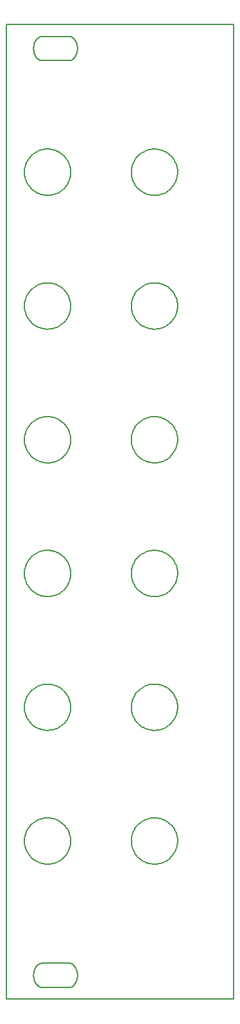
<source format=gbr>
G04 DipTrace 4.0.0.5*
G04 BottomAssembly.gbr*
%MOIN*%
G04 #@! TF.FileFunction,Drawing,Bot*
G04 #@! TF.Part,Single*
%ADD12C,0.005512*%
%FSLAX26Y26*%
G04*
G70*
G90*
G75*
G01*
G04 BotAssy*
%LPD*%
X1574803Y393701D2*
D12*
X393701D1*
Y5452756D1*
X1574803D1*
Y393701D1*
X763846Y517037D2*
X763709Y512084D1*
X763299Y507234D1*
X762631Y502503D1*
X761713Y497904D1*
X760554Y493453D1*
X759165Y489163D1*
X757558Y485049D1*
X755740Y481126D1*
X754247Y478318D1*
X752644Y475630D1*
X750940Y473070D1*
X749135Y470644D1*
X747235Y468358D1*
X745245Y466218D1*
X743169Y464228D1*
X741010Y462399D1*
X738774Y460732D1*
X736465Y459236D1*
X734085Y457917D1*
X731640Y456780D1*
X729978Y456126D1*
X728289Y455558D1*
X726575Y455077D1*
X724839Y454686D1*
X723080Y454386D1*
X721301Y454178D1*
X719503Y454066D1*
X580259D1*
X578459Y454178D1*
X576681Y454386D1*
X574923Y454686D1*
X573185Y455077D1*
X571471Y455558D1*
X569782Y456126D1*
X568119Y456780D1*
X565675Y457917D1*
X563295Y459236D1*
X560986Y460732D1*
X558749Y462399D1*
X556591Y464228D1*
X554514Y466218D1*
X552525Y468358D1*
X550625Y470644D1*
X548820Y473070D1*
X547115Y475630D1*
X545513Y478318D1*
X544018Y481126D1*
X542202Y485049D1*
X540594Y489163D1*
X539206Y493453D1*
X538047Y497904D1*
X537129Y502503D1*
X536459Y507234D1*
X536051Y512084D1*
X535912Y517037D1*
X536051Y521990D1*
X536459Y526839D1*
X537129Y531571D1*
X538047Y536169D1*
X539206Y540621D1*
X540594Y544911D1*
X542202Y549024D1*
X544018Y552948D1*
X545513Y555756D1*
X547115Y558444D1*
X548820Y561003D1*
X550625Y563429D1*
X552525Y565715D1*
X554514Y567856D1*
X556591Y569844D1*
X558749Y571675D1*
X560986Y573341D1*
X563295Y574837D1*
X565675Y576156D1*
X568119Y577294D1*
X569782Y577948D1*
X571471Y578514D1*
X573185Y578996D1*
X574923Y579387D1*
X576681Y579688D1*
X578459Y579895D1*
X580259Y580007D1*
X719503D1*
X721301Y579895D1*
X723080Y579688D1*
X724839Y579387D1*
X726575Y578996D1*
X728289Y578514D1*
X729978Y577948D1*
X731640Y577294D1*
X734085Y576156D1*
X736465Y574837D1*
X738774Y573341D1*
X741010Y571675D1*
X743169Y569844D1*
X745245Y567856D1*
X747235Y565715D1*
X749135Y563429D1*
X750940Y561003D1*
X752644Y558444D1*
X754247Y555756D1*
X755740Y552948D1*
X757558Y549024D1*
X759165Y544911D1*
X760554Y540621D1*
X761713Y536169D1*
X762631Y531571D1*
X763299Y526839D1*
X763709Y521990D1*
X763846Y517037D1*
Y5329392D2*
X763709Y5324440D1*
X763299Y5319591D1*
X762631Y5314860D1*
X761713Y5310260D1*
X760554Y5305808D1*
X759165Y5301518D1*
X757558Y5297406D1*
X755740Y5293482D1*
X754247Y5290673D1*
X752644Y5287986D1*
X750940Y5285427D1*
X749135Y5283000D1*
X747235Y5280714D1*
X745245Y5278573D1*
X743169Y5276585D1*
X741010Y5274755D1*
X738774Y5273088D1*
X736465Y5271592D1*
X734085Y5270273D1*
X731640Y5269136D1*
X729978Y5268483D1*
X728289Y5267915D1*
X726575Y5267434D1*
X724839Y5267042D1*
X723080Y5266743D1*
X721301Y5266535D1*
X719503Y5266423D1*
X580259D1*
X578459Y5266535D1*
X576681Y5266743D1*
X574923Y5267042D1*
X573185Y5267434D1*
X571471Y5267915D1*
X569782Y5268483D1*
X568119Y5269136D1*
X565675Y5270273D1*
X563295Y5271592D1*
X560986Y5273088D1*
X558749Y5274755D1*
X556591Y5276585D1*
X554514Y5278573D1*
X552525Y5280714D1*
X550625Y5283000D1*
X548820Y5285427D1*
X547115Y5287986D1*
X545513Y5290673D1*
X544018Y5293482D1*
X542202Y5297406D1*
X540594Y5301518D1*
X539206Y5305808D1*
X538047Y5310260D1*
X537129Y5314860D1*
X536459Y5319591D1*
X536051Y5324440D1*
X535912Y5329392D1*
X536051Y5334346D1*
X536459Y5339196D1*
X537129Y5343927D1*
X538047Y5348525D1*
X539206Y5352976D1*
X540594Y5357266D1*
X542202Y5361381D1*
X544018Y5365303D1*
X545513Y5368113D1*
X547115Y5370799D1*
X548820Y5373360D1*
X550625Y5375785D1*
X552525Y5378072D1*
X554514Y5380213D1*
X556591Y5382201D1*
X558749Y5384030D1*
X560986Y5385697D1*
X563295Y5387193D1*
X565675Y5388513D1*
X568119Y5389650D1*
X569782Y5390303D1*
X571471Y5390871D1*
X573185Y5391352D1*
X574923Y5391743D1*
X576681Y5392043D1*
X578459Y5392251D1*
X580259Y5392364D1*
X719503D1*
X721301Y5392251D1*
X723080Y5392043D1*
X724839Y5391743D1*
X726575Y5391352D1*
X728289Y5390871D1*
X729978Y5390303D1*
X731640Y5389650D1*
X734085Y5388513D1*
X736465Y5387193D1*
X738774Y5385697D1*
X741010Y5384030D1*
X743169Y5382201D1*
X745245Y5380213D1*
X747235Y5378072D1*
X749135Y5375785D1*
X750940Y5373360D1*
X752644Y5370799D1*
X754247Y5368113D1*
X755740Y5365303D1*
X757558Y5361381D1*
X759165Y5357266D1*
X760554Y5352976D1*
X761713Y5348525D1*
X762631Y5343927D1*
X763299Y5339196D1*
X763709Y5334346D1*
X763846Y5329392D1*
X608071Y4806890D2*
X614005Y4806745D1*
X619866Y4806318D1*
X625644Y4805613D1*
X631336Y4804638D1*
X636932Y4803399D1*
X642428Y4801903D1*
X647815Y4800157D1*
X653088Y4798168D1*
X658240Y4795941D1*
X663264Y4793484D1*
X668154Y4790803D1*
X672902Y4787906D1*
X677501Y4784798D1*
X681946Y4781487D1*
X686231Y4777979D1*
X690346Y4774281D1*
X694289Y4770399D1*
X698049Y4766340D1*
X701621Y4762112D1*
X704999Y4757719D1*
X708175Y4753169D1*
X711143Y4748470D1*
X713896Y4743627D1*
X716429Y4738647D1*
X718732Y4733538D1*
X720802Y4728304D1*
X722630Y4722954D1*
X724210Y4717493D1*
X725535Y4711930D1*
X726598Y4706270D1*
X727395Y4700520D1*
X727916Y4694686D1*
X728155Y4688776D1*
X728106Y4682824D1*
X727773Y4676940D1*
X727160Y4671133D1*
X726274Y4665411D1*
X725122Y4659782D1*
X723711Y4654252D1*
X722049Y4648828D1*
X720139Y4643516D1*
X717991Y4638323D1*
X715610Y4633256D1*
X713003Y4628322D1*
X710177Y4623526D1*
X707139Y4618875D1*
X703895Y4614378D1*
X700451Y4610039D1*
X696816Y4605866D1*
X692995Y4601866D1*
X688993Y4598045D1*
X684822Y4594408D1*
X680482Y4590966D1*
X675984Y4587722D1*
X671335Y4584682D1*
X666538Y4581857D1*
X661604Y4579251D1*
X656537Y4576870D1*
X651344Y4574720D1*
X646031Y4572812D1*
X640608Y4571148D1*
X635077Y4569738D1*
X629449Y4568587D1*
X623728Y4567701D1*
X617921Y4567088D1*
X612035Y4566753D1*
X606085Y4566705D1*
X600175Y4566945D1*
X594340Y4567466D1*
X588591Y4568261D1*
X582929Y4569324D1*
X577366Y4570650D1*
X571906Y4572230D1*
X566556Y4574058D1*
X561323Y4576127D1*
X556213Y4578432D1*
X551234Y4580963D1*
X546390Y4583717D1*
X541690Y4586685D1*
X537142Y4589861D1*
X532749Y4593239D1*
X528520Y4596811D1*
X524461Y4600572D1*
X520580Y4604513D1*
X516881Y4608630D1*
X513373Y4612913D1*
X510062Y4617360D1*
X506954Y4621959D1*
X504056Y4626707D1*
X501377Y4631596D1*
X498920Y4636621D1*
X496693Y4641772D1*
X494703Y4647045D1*
X492957Y4652432D1*
X491462Y4657928D1*
X490223Y4663525D1*
X489248Y4669215D1*
X488543Y4674995D1*
X488115Y4680854D1*
X487971Y4686789D1*
X488115Y4692724D1*
X488543Y4698584D1*
X489248Y4704364D1*
X490223Y4710054D1*
X491462Y4715651D1*
X492957Y4721146D1*
X494703Y4726534D1*
X496693Y4731807D1*
X498920Y4736958D1*
X501377Y4741982D1*
X504056Y4746871D1*
X506954Y4751619D1*
X510062Y4756219D1*
X513373Y4760665D1*
X516881Y4764949D1*
X520580Y4769066D1*
X524461Y4773007D1*
X528520Y4776766D1*
X532749Y4780340D1*
X537142Y4783717D1*
X541690Y4786894D1*
X546390Y4789861D1*
X551234Y4792615D1*
X556213Y4795147D1*
X561323Y4797451D1*
X566556Y4799521D1*
X571906Y4801349D1*
X577366Y4802928D1*
X582929Y4804253D1*
X588591Y4805318D1*
X594340Y4806113D1*
X600175Y4806634D1*
X606085Y4806873D1*
X608071Y4806890D1*
X1163626D2*
X1169562Y4806745D1*
X1175421Y4806318D1*
X1181201Y4805613D1*
X1186891Y4804638D1*
X1192488Y4803399D1*
X1197983Y4801903D1*
X1203371Y4800157D1*
X1208644Y4798168D1*
X1213795Y4795941D1*
X1218819Y4793484D1*
X1223709Y4790803D1*
X1228457Y4787906D1*
X1233056Y4784798D1*
X1237503Y4781487D1*
X1241786Y4777979D1*
X1245903Y4774281D1*
X1249844Y4770399D1*
X1253604Y4766340D1*
X1257176Y4762112D1*
X1260554Y4757719D1*
X1263731Y4753169D1*
X1266698Y4748470D1*
X1269451Y4743627D1*
X1271984Y4738647D1*
X1274289Y4733538D1*
X1276358Y4728304D1*
X1278186Y4722954D1*
X1279765Y4717493D1*
X1281091Y4711930D1*
X1282155Y4706270D1*
X1282950Y4700520D1*
X1283471Y4694686D1*
X1283710Y4688776D1*
X1283663Y4682824D1*
X1283328Y4676940D1*
X1282715Y4671133D1*
X1281829Y4665411D1*
X1280677Y4659782D1*
X1279266Y4654252D1*
X1277604Y4648828D1*
X1275694Y4643516D1*
X1273546Y4638323D1*
X1271165Y4633256D1*
X1268559Y4628322D1*
X1265732Y4623526D1*
X1262694Y4618875D1*
X1259450Y4614378D1*
X1256007Y4610039D1*
X1252371Y4605866D1*
X1248550Y4601866D1*
X1244550Y4598045D1*
X1240377Y4594408D1*
X1236038Y4590966D1*
X1231541Y4587722D1*
X1226890Y4584682D1*
X1222094Y4581857D1*
X1217159Y4579251D1*
X1212092Y4576870D1*
X1206899Y4574720D1*
X1201588Y4572812D1*
X1196163Y4571148D1*
X1190634Y4569738D1*
X1185004Y4568587D1*
X1179283Y4567701D1*
X1173476Y4567088D1*
X1167591Y4566753D1*
X1161640Y4566705D1*
X1155730Y4566945D1*
X1149896Y4567466D1*
X1144146Y4568261D1*
X1138486Y4569324D1*
X1132921Y4570650D1*
X1127462Y4572230D1*
X1122112Y4574058D1*
X1116878Y4576127D1*
X1111768Y4578432D1*
X1106789Y4580963D1*
X1101946Y4583717D1*
X1097247Y4586685D1*
X1092697Y4589861D1*
X1088304Y4593239D1*
X1084076Y4596811D1*
X1080017Y4600572D1*
X1076135Y4604513D1*
X1072437Y4608630D1*
X1068929Y4612913D1*
X1065617Y4617360D1*
X1062509Y4621959D1*
X1059613Y4626707D1*
X1056932Y4631596D1*
X1054475Y4636621D1*
X1052248Y4641772D1*
X1050259Y4647045D1*
X1048513Y4652432D1*
X1047017Y4657928D1*
X1045778Y4663525D1*
X1044803Y4669215D1*
X1044098Y4674995D1*
X1043671Y4680854D1*
X1043526Y4686789D1*
X1043671Y4692724D1*
X1044098Y4698584D1*
X1044803Y4704364D1*
X1045778Y4710054D1*
X1047017Y4715651D1*
X1048513Y4721146D1*
X1050259Y4726534D1*
X1052248Y4731807D1*
X1054475Y4736958D1*
X1056932Y4741982D1*
X1059613Y4746871D1*
X1062509Y4751619D1*
X1065617Y4756219D1*
X1068929Y4760665D1*
X1072437Y4764949D1*
X1076135Y4769066D1*
X1080017Y4773007D1*
X1084076Y4776766D1*
X1088304Y4780340D1*
X1092697Y4783717D1*
X1097247Y4786894D1*
X1101946Y4789861D1*
X1106789Y4792615D1*
X1111768Y4795147D1*
X1116878Y4797451D1*
X1122112Y4799521D1*
X1127462Y4801349D1*
X1132921Y4802928D1*
X1138486Y4804253D1*
X1144146Y4805318D1*
X1149896Y4806113D1*
X1155730Y4806634D1*
X1161640Y4806873D1*
X1163626Y4806890D1*
X608071Y4112445D2*
X614005Y4112301D1*
X619866Y4111873D1*
X625644Y4111168D1*
X631336Y4110193D1*
X636932Y4108954D1*
X642428Y4107458D1*
X647815Y4105713D1*
X653088Y4103723D1*
X658240Y4101496D1*
X663264Y4099039D1*
X668154Y4096358D1*
X672902Y4093462D1*
X677501Y4090354D1*
X681946Y4087042D1*
X686231Y4083534D1*
X690346Y4079836D1*
X694289Y4075954D1*
X698049Y4071895D1*
X701621Y4067667D1*
X704999Y4063274D1*
X708175Y4058724D1*
X711143Y4054025D1*
X713896Y4049182D1*
X716429Y4044203D1*
X718732Y4039093D1*
X720802Y4033860D1*
X722630Y4028509D1*
X724210Y4023050D1*
X725535Y4017486D1*
X726598Y4011825D1*
X727395Y4006075D1*
X727916Y4000241D1*
X728155Y3994331D1*
X728106Y3988381D1*
X727773Y3982495D1*
X727160Y3976688D1*
X726274Y3970967D1*
X725122Y3965337D1*
X723711Y3959808D1*
X722049Y3954383D1*
X720139Y3949072D1*
X717991Y3943879D1*
X715610Y3938812D1*
X713003Y3933877D1*
X710177Y3929081D1*
X707139Y3924430D1*
X703895Y3919933D1*
X700451Y3915594D1*
X696816Y3911421D1*
X692995Y3907421D1*
X688993Y3903600D1*
X684822Y3899965D1*
X680482Y3896521D1*
X675984Y3893277D1*
X671335Y3890239D1*
X666538Y3887412D1*
X661604Y3884806D1*
X656537Y3882425D1*
X651344Y3880277D1*
X646031Y3878367D1*
X640608Y3876705D1*
X635077Y3875294D1*
X629449Y3874142D1*
X623728Y3873256D1*
X617921Y3872643D1*
X612035Y3872308D1*
X606085Y3872261D1*
X600175Y3872500D1*
X594340Y3873021D1*
X588591Y3873816D1*
X582929Y3874881D1*
X577366Y3876206D1*
X571906Y3877785D1*
X566556Y3879613D1*
X561323Y3881682D1*
X556213Y3883987D1*
X551234Y3886520D1*
X546390Y3889273D1*
X541690Y3892240D1*
X537142Y3895417D1*
X532749Y3898795D1*
X528520Y3902367D1*
X524461Y3906127D1*
X520580Y3910068D1*
X516881Y3914185D1*
X513373Y3918469D1*
X510062Y3922915D1*
X506954Y3927514D1*
X504056Y3932262D1*
X501377Y3937152D1*
X498920Y3942176D1*
X496693Y3947327D1*
X494703Y3952600D1*
X492957Y3957988D1*
X491462Y3963483D1*
X490223Y3969080D1*
X489248Y3974770D1*
X488543Y3980550D1*
X488115Y3986409D1*
X487971Y3992345D1*
X488115Y3998280D1*
X488543Y4004139D1*
X489248Y4009919D1*
X490223Y4015609D1*
X491462Y4021206D1*
X492957Y4026702D1*
X494703Y4032089D1*
X496693Y4037362D1*
X498920Y4042513D1*
X501377Y4047538D1*
X504056Y4052427D1*
X506954Y4057175D1*
X510062Y4061774D1*
X513373Y4066220D1*
X516881Y4070504D1*
X520580Y4074621D1*
X524461Y4078562D1*
X528520Y4082323D1*
X532749Y4085895D1*
X537142Y4089273D1*
X541690Y4092449D1*
X546390Y4095417D1*
X551234Y4098171D1*
X556213Y4100702D1*
X561323Y4103007D1*
X566556Y4105076D1*
X571906Y4106904D1*
X577366Y4108484D1*
X582929Y4109810D1*
X588591Y4110873D1*
X594340Y4111668D1*
X600175Y4112189D1*
X606085Y4112429D1*
X608071Y4112445D1*
X1163626D2*
X1169562Y4112301D1*
X1175421Y4111873D1*
X1181201Y4111168D1*
X1186891Y4110193D1*
X1192488Y4108954D1*
X1197983Y4107458D1*
X1203371Y4105713D1*
X1208644Y4103723D1*
X1213795Y4101496D1*
X1218819Y4099039D1*
X1223709Y4096358D1*
X1228457Y4093462D1*
X1233056Y4090354D1*
X1237503Y4087042D1*
X1241786Y4083534D1*
X1245903Y4079836D1*
X1249844Y4075954D1*
X1253604Y4071895D1*
X1257176Y4067667D1*
X1260554Y4063274D1*
X1263731Y4058724D1*
X1266698Y4054025D1*
X1269451Y4049182D1*
X1271984Y4044203D1*
X1274289Y4039093D1*
X1276358Y4033860D1*
X1278186Y4028509D1*
X1279765Y4023050D1*
X1281091Y4017486D1*
X1282155Y4011825D1*
X1282950Y4006075D1*
X1283471Y4000241D1*
X1283710Y3994331D1*
X1283663Y3988381D1*
X1283328Y3982495D1*
X1282715Y3976688D1*
X1281829Y3970967D1*
X1280677Y3965337D1*
X1279266Y3959808D1*
X1277604Y3954383D1*
X1275694Y3949072D1*
X1273546Y3943879D1*
X1271165Y3938812D1*
X1268559Y3933877D1*
X1265732Y3929081D1*
X1262694Y3924430D1*
X1259450Y3919933D1*
X1256007Y3915594D1*
X1252371Y3911421D1*
X1248550Y3907421D1*
X1244550Y3903600D1*
X1240377Y3899965D1*
X1236038Y3896521D1*
X1231541Y3893277D1*
X1226890Y3890239D1*
X1222094Y3887412D1*
X1217159Y3884806D1*
X1212092Y3882425D1*
X1206899Y3880277D1*
X1201588Y3878367D1*
X1196163Y3876705D1*
X1190634Y3875294D1*
X1185004Y3874142D1*
X1179283Y3873256D1*
X1173476Y3872643D1*
X1167591Y3872308D1*
X1161640Y3872261D1*
X1155730Y3872500D1*
X1149896Y3873021D1*
X1144146Y3873816D1*
X1138486Y3874881D1*
X1132921Y3876206D1*
X1127462Y3877785D1*
X1122112Y3879613D1*
X1116878Y3881682D1*
X1111768Y3883987D1*
X1106789Y3886520D1*
X1101946Y3889273D1*
X1097247Y3892240D1*
X1092697Y3895417D1*
X1088304Y3898795D1*
X1084076Y3902367D1*
X1080017Y3906127D1*
X1076135Y3910068D1*
X1072437Y3914185D1*
X1068929Y3918469D1*
X1065617Y3922915D1*
X1062509Y3927514D1*
X1059613Y3932262D1*
X1056932Y3937152D1*
X1054475Y3942176D1*
X1052248Y3947327D1*
X1050259Y3952600D1*
X1048513Y3957988D1*
X1047017Y3963483D1*
X1045778Y3969080D1*
X1044803Y3974770D1*
X1044098Y3980550D1*
X1043671Y3986409D1*
X1043526Y3992345D1*
X1043671Y3998280D1*
X1044098Y4004139D1*
X1044803Y4009919D1*
X1045778Y4015609D1*
X1047017Y4021206D1*
X1048513Y4026702D1*
X1050259Y4032089D1*
X1052248Y4037362D1*
X1054475Y4042513D1*
X1056932Y4047538D1*
X1059613Y4052427D1*
X1062509Y4057175D1*
X1065617Y4061774D1*
X1068929Y4066220D1*
X1072437Y4070504D1*
X1076135Y4074621D1*
X1080017Y4078562D1*
X1084076Y4082323D1*
X1088304Y4085895D1*
X1092697Y4089273D1*
X1097247Y4092449D1*
X1101946Y4095417D1*
X1106789Y4098171D1*
X1111768Y4100702D1*
X1116878Y4103007D1*
X1122112Y4105076D1*
X1127462Y4106904D1*
X1132921Y4108484D1*
X1138486Y4109810D1*
X1144146Y4110873D1*
X1149896Y4111668D1*
X1155730Y4112189D1*
X1161640Y4112429D1*
X1163626Y4112445D1*
X608071Y3418000D2*
X614005Y3417856D1*
X619866Y3417429D1*
X625644Y3416723D1*
X631336Y3415748D1*
X636932Y3414510D1*
X642428Y3413014D1*
X647815Y3411268D1*
X653088Y3409278D1*
X658240Y3407052D1*
X663264Y3404594D1*
X668154Y3401915D1*
X672902Y3399017D1*
X677501Y3395909D1*
X681946Y3392598D1*
X686231Y3389091D1*
X690346Y3385392D1*
X694289Y3381510D1*
X698049Y3377451D1*
X701621Y3373222D1*
X704999Y3368829D1*
X708175Y3364281D1*
X711143Y3359581D1*
X713896Y3354738D1*
X716429Y3349759D1*
X718732Y3344648D1*
X720802Y3339415D1*
X722630Y3334066D1*
X724210Y3328605D1*
X725535Y3323042D1*
X726598Y3317381D1*
X727395Y3311631D1*
X727916Y3305797D1*
X728155Y3299886D1*
X728106Y3293936D1*
X727773Y3288050D1*
X727160Y3282243D1*
X726274Y3276522D1*
X725122Y3270894D1*
X723711Y3265364D1*
X722049Y3259940D1*
X720139Y3254627D1*
X717991Y3249434D1*
X715610Y3244367D1*
X713003Y3239433D1*
X710177Y3234636D1*
X707139Y3229987D1*
X703895Y3225490D1*
X700451Y3221150D1*
X696816Y3216978D1*
X692995Y3212976D1*
X688993Y3209155D1*
X684822Y3205520D1*
X680482Y3202076D1*
X675984Y3198832D1*
X671335Y3195794D1*
X666538Y3192969D1*
X661604Y3190361D1*
X656537Y3187980D1*
X651344Y3185832D1*
X646031Y3183923D1*
X640608Y3182260D1*
X635077Y3180849D1*
X629449Y3179697D1*
X623728Y3178811D1*
X617921Y3178198D1*
X612035Y3177865D1*
X606085Y3177816D1*
X600175Y3178055D1*
X594340Y3178576D1*
X588591Y3179373D1*
X582929Y3180436D1*
X577366Y3181761D1*
X571906Y3183341D1*
X566556Y3185169D1*
X561323Y3187239D1*
X556213Y3189542D1*
X551234Y3192075D1*
X546390Y3194828D1*
X541690Y3197797D1*
X537142Y3200972D1*
X532749Y3204350D1*
X528520Y3207923D1*
X524461Y3211682D1*
X520580Y3215625D1*
X516881Y3219740D1*
X513373Y3224025D1*
X510062Y3228470D1*
X506954Y3233070D1*
X504056Y3237818D1*
X501377Y3242707D1*
X498920Y3247731D1*
X496693Y3252883D1*
X494703Y3258156D1*
X492957Y3263543D1*
X491462Y3269039D1*
X490223Y3274635D1*
X489248Y3280327D1*
X488543Y3286105D1*
X488115Y3291966D1*
X487971Y3297900D1*
X488115Y3303835D1*
X488543Y3309696D1*
X489248Y3315474D1*
X490223Y3321165D1*
X491462Y3326761D1*
X492957Y3332257D1*
X494703Y3337644D1*
X496693Y3342917D1*
X498920Y3348070D1*
X501377Y3353093D1*
X504056Y3357983D1*
X506954Y3362731D1*
X510062Y3367331D1*
X513373Y3371776D1*
X516881Y3376060D1*
X520580Y3380176D1*
X524461Y3384118D1*
X528520Y3387878D1*
X532749Y3391450D1*
X537142Y3394828D1*
X541690Y3398004D1*
X546390Y3400972D1*
X551234Y3403726D1*
X556213Y3406259D1*
X561323Y3408562D1*
X566556Y3410631D1*
X571906Y3412459D1*
X577366Y3414039D1*
X582929Y3415365D1*
X588591Y3416428D1*
X594340Y3417224D1*
X600175Y3417745D1*
X606085Y3417984D1*
X608071Y3418000D1*
X1163626D2*
X1169562Y3417856D1*
X1175421Y3417429D1*
X1181201Y3416723D1*
X1186891Y3415748D1*
X1192488Y3414510D1*
X1197983Y3413014D1*
X1203371Y3411268D1*
X1208644Y3409278D1*
X1213795Y3407052D1*
X1218819Y3404594D1*
X1223709Y3401915D1*
X1228457Y3399017D1*
X1233056Y3395909D1*
X1237503Y3392598D1*
X1241786Y3389091D1*
X1245903Y3385392D1*
X1249844Y3381510D1*
X1253604Y3377451D1*
X1257176Y3373222D1*
X1260554Y3368829D1*
X1263731Y3364281D1*
X1266698Y3359581D1*
X1269451Y3354738D1*
X1271984Y3349759D1*
X1274289Y3344648D1*
X1276358Y3339415D1*
X1278186Y3334066D1*
X1279765Y3328605D1*
X1281091Y3323042D1*
X1282155Y3317381D1*
X1282950Y3311631D1*
X1283471Y3305797D1*
X1283710Y3299886D1*
X1283663Y3293936D1*
X1283328Y3288050D1*
X1282715Y3282243D1*
X1281829Y3276522D1*
X1280677Y3270894D1*
X1279266Y3265364D1*
X1277604Y3259940D1*
X1275694Y3254627D1*
X1273546Y3249434D1*
X1271165Y3244367D1*
X1268559Y3239433D1*
X1265732Y3234636D1*
X1262694Y3229987D1*
X1259450Y3225490D1*
X1256007Y3221150D1*
X1252371Y3216978D1*
X1248550Y3212976D1*
X1244550Y3209155D1*
X1240377Y3205520D1*
X1236038Y3202076D1*
X1231541Y3198832D1*
X1226890Y3195794D1*
X1222094Y3192969D1*
X1217159Y3190361D1*
X1212092Y3187980D1*
X1206899Y3185832D1*
X1201588Y3183923D1*
X1196163Y3182260D1*
X1190634Y3180849D1*
X1185004Y3179697D1*
X1179283Y3178811D1*
X1173476Y3178198D1*
X1167591Y3177865D1*
X1161640Y3177816D1*
X1155730Y3178055D1*
X1149896Y3178576D1*
X1144146Y3179373D1*
X1138486Y3180436D1*
X1132921Y3181761D1*
X1127462Y3183341D1*
X1122112Y3185169D1*
X1116878Y3187239D1*
X1111768Y3189542D1*
X1106789Y3192075D1*
X1101946Y3194828D1*
X1097247Y3197797D1*
X1092697Y3200972D1*
X1088304Y3204350D1*
X1084076Y3207923D1*
X1080017Y3211682D1*
X1076135Y3215625D1*
X1072437Y3219740D1*
X1068929Y3224025D1*
X1065617Y3228470D1*
X1062509Y3233070D1*
X1059613Y3237818D1*
X1056932Y3242707D1*
X1054475Y3247731D1*
X1052248Y3252883D1*
X1050259Y3258156D1*
X1048513Y3263543D1*
X1047017Y3269039D1*
X1045778Y3274635D1*
X1044803Y3280327D1*
X1044098Y3286105D1*
X1043671Y3291966D1*
X1043526Y3297900D1*
X1043671Y3303835D1*
X1044098Y3309696D1*
X1044803Y3315474D1*
X1045778Y3321165D1*
X1047017Y3326761D1*
X1048513Y3332257D1*
X1050259Y3337644D1*
X1052248Y3342917D1*
X1054475Y3348070D1*
X1056932Y3353093D1*
X1059613Y3357983D1*
X1062509Y3362731D1*
X1065617Y3367331D1*
X1068929Y3371776D1*
X1072437Y3376060D1*
X1076135Y3380176D1*
X1080017Y3384118D1*
X1084076Y3387878D1*
X1088304Y3391450D1*
X1092697Y3394828D1*
X1097247Y3398004D1*
X1101946Y3400972D1*
X1106789Y3403726D1*
X1111768Y3406259D1*
X1116878Y3408562D1*
X1122112Y3410631D1*
X1127462Y3412459D1*
X1132921Y3414039D1*
X1138486Y3415365D1*
X1144146Y3416428D1*
X1149896Y3417224D1*
X1155730Y3417745D1*
X1161640Y3417984D1*
X1163626Y3418000D1*
X608071Y2723556D2*
X614005Y2723412D1*
X619866Y2722984D1*
X625644Y2722280D1*
X631336Y2721304D1*
X636932Y2720066D1*
X642428Y2718570D1*
X647815Y2716824D1*
X653088Y2714835D1*
X658240Y2712608D1*
X663264Y2710151D1*
X668154Y2707470D1*
X672902Y2704572D1*
X677501Y2701465D1*
X681946Y2698154D1*
X686231Y2694646D1*
X690346Y2690948D1*
X694289Y2687066D1*
X698049Y2683007D1*
X701621Y2678778D1*
X704999Y2674386D1*
X708175Y2669836D1*
X711143Y2665136D1*
X713896Y2660294D1*
X716429Y2655314D1*
X718732Y2650205D1*
X720802Y2644971D1*
X722630Y2639621D1*
X724210Y2634160D1*
X725535Y2628597D1*
X726598Y2622937D1*
X727395Y2617186D1*
X727916Y2611353D1*
X728155Y2605442D1*
X728106Y2599491D1*
X727773Y2593606D1*
X727160Y2587799D1*
X726274Y2582077D1*
X725122Y2576449D1*
X723711Y2570919D1*
X722049Y2565495D1*
X720139Y2560182D1*
X717991Y2554990D1*
X715610Y2549923D1*
X713003Y2544988D1*
X710177Y2540193D1*
X707139Y2535542D1*
X703895Y2531045D1*
X700451Y2526706D1*
X696816Y2522533D1*
X692995Y2518533D1*
X688993Y2514711D1*
X684822Y2511075D1*
X680482Y2507633D1*
X675984Y2504388D1*
X671335Y2501349D1*
X666538Y2498524D1*
X661604Y2495917D1*
X656537Y2493537D1*
X651344Y2491387D1*
X646031Y2489479D1*
X640608Y2487815D1*
X635077Y2486404D1*
X629449Y2485253D1*
X623728Y2484367D1*
X617921Y2483755D1*
X612035Y2483420D1*
X606085Y2483371D1*
X600175Y2483612D1*
X594340Y2484133D1*
X588591Y2484928D1*
X582929Y2485991D1*
X577366Y2487316D1*
X571906Y2488896D1*
X566556Y2490724D1*
X561323Y2492794D1*
X556213Y2495098D1*
X551234Y2497630D1*
X546390Y2500383D1*
X541690Y2503352D1*
X537142Y2506528D1*
X532749Y2509906D1*
X528520Y2513478D1*
X524461Y2517239D1*
X520580Y2521180D1*
X516881Y2525297D1*
X513373Y2529580D1*
X510062Y2534026D1*
X506954Y2538626D1*
X504056Y2543374D1*
X501377Y2548262D1*
X498920Y2553287D1*
X496693Y2558438D1*
X494703Y2563711D1*
X492957Y2569098D1*
X491462Y2574594D1*
X490223Y2580192D1*
X489248Y2585882D1*
X488543Y2591661D1*
X488115Y2597521D1*
X487971Y2603455D1*
X488115Y2609391D1*
X488543Y2615251D1*
X489248Y2621030D1*
X490223Y2626720D1*
X491462Y2632318D1*
X492957Y2637812D1*
X494703Y2643201D1*
X496693Y2648474D1*
X498920Y2653625D1*
X501377Y2658648D1*
X504056Y2663538D1*
X506954Y2668286D1*
X510062Y2672886D1*
X513373Y2677332D1*
X516881Y2681615D1*
X520580Y2685732D1*
X524461Y2689673D1*
X528520Y2693433D1*
X532749Y2697007D1*
X537142Y2700383D1*
X541690Y2703560D1*
X546390Y2706528D1*
X551234Y2709282D1*
X556213Y2711814D1*
X561323Y2714118D1*
X566556Y2716188D1*
X571906Y2718016D1*
X577366Y2719594D1*
X582929Y2720920D1*
X588591Y2721984D1*
X594340Y2722780D1*
X600175Y2723301D1*
X606085Y2723539D1*
X608071Y2723556D1*
X1163626D2*
X1169562Y2723412D1*
X1175421Y2722984D1*
X1181201Y2722280D1*
X1186891Y2721304D1*
X1192488Y2720066D1*
X1197983Y2718570D1*
X1203371Y2716824D1*
X1208644Y2714835D1*
X1213795Y2712608D1*
X1218819Y2710151D1*
X1223709Y2707470D1*
X1228457Y2704572D1*
X1233056Y2701465D1*
X1237503Y2698154D1*
X1241786Y2694646D1*
X1245903Y2690948D1*
X1249844Y2687066D1*
X1253604Y2683007D1*
X1257176Y2678778D1*
X1260554Y2674386D1*
X1263731Y2669836D1*
X1266698Y2665136D1*
X1269451Y2660294D1*
X1271984Y2655314D1*
X1274289Y2650205D1*
X1276358Y2644971D1*
X1278186Y2639621D1*
X1279765Y2634160D1*
X1281091Y2628597D1*
X1282155Y2622937D1*
X1282950Y2617186D1*
X1283471Y2611353D1*
X1283710Y2605442D1*
X1283663Y2599491D1*
X1283328Y2593606D1*
X1282715Y2587799D1*
X1281829Y2582077D1*
X1280677Y2576449D1*
X1279266Y2570919D1*
X1277604Y2565495D1*
X1275694Y2560182D1*
X1273546Y2554990D1*
X1271165Y2549923D1*
X1268559Y2544988D1*
X1265732Y2540193D1*
X1262694Y2535542D1*
X1259450Y2531045D1*
X1256007Y2526706D1*
X1252371Y2522533D1*
X1248550Y2518533D1*
X1244550Y2514711D1*
X1240377Y2511075D1*
X1236038Y2507633D1*
X1231541Y2504388D1*
X1226890Y2501349D1*
X1222094Y2498524D1*
X1217159Y2495917D1*
X1212092Y2493537D1*
X1206899Y2491387D1*
X1201588Y2489479D1*
X1196163Y2487815D1*
X1190634Y2486404D1*
X1185004Y2485253D1*
X1179283Y2484367D1*
X1173476Y2483755D1*
X1167591Y2483420D1*
X1161640Y2483371D1*
X1155730Y2483612D1*
X1149896Y2484133D1*
X1144146Y2484928D1*
X1138486Y2485991D1*
X1132921Y2487316D1*
X1127462Y2488896D1*
X1122112Y2490724D1*
X1116878Y2492794D1*
X1111768Y2495098D1*
X1106789Y2497630D1*
X1101946Y2500383D1*
X1097247Y2503352D1*
X1092697Y2506528D1*
X1088304Y2509906D1*
X1084076Y2513478D1*
X1080017Y2517239D1*
X1076135Y2521180D1*
X1072437Y2525297D1*
X1068929Y2529580D1*
X1065617Y2534026D1*
X1062509Y2538626D1*
X1059613Y2543374D1*
X1056932Y2548262D1*
X1054475Y2553287D1*
X1052248Y2558438D1*
X1050259Y2563711D1*
X1048513Y2569098D1*
X1047017Y2574594D1*
X1045778Y2580192D1*
X1044803Y2585882D1*
X1044098Y2591661D1*
X1043671Y2597521D1*
X1043526Y2603455D1*
X1043671Y2609391D1*
X1044098Y2615251D1*
X1044803Y2621030D1*
X1045778Y2626720D1*
X1047017Y2632318D1*
X1048513Y2637812D1*
X1050259Y2643201D1*
X1052248Y2648474D1*
X1054475Y2653625D1*
X1056932Y2658648D1*
X1059613Y2663538D1*
X1062509Y2668286D1*
X1065617Y2672886D1*
X1068929Y2677332D1*
X1072437Y2681615D1*
X1076135Y2685732D1*
X1080017Y2689673D1*
X1084076Y2693433D1*
X1088304Y2697007D1*
X1092697Y2700383D1*
X1097247Y2703560D1*
X1101946Y2706528D1*
X1106789Y2709282D1*
X1111768Y2711814D1*
X1116878Y2714118D1*
X1122112Y2716188D1*
X1127462Y2718016D1*
X1132921Y2719594D1*
X1138486Y2720920D1*
X1144146Y2721984D1*
X1149896Y2722780D1*
X1155730Y2723301D1*
X1161640Y2723539D1*
X1163626Y2723556D1*
X608071Y2029112D2*
X614005Y2028967D1*
X619866Y2028539D1*
X625644Y2027835D1*
X631336Y2026860D1*
X636932Y2025621D1*
X642428Y2024125D1*
X647815Y2022379D1*
X653088Y2020390D1*
X658240Y2018163D1*
X663264Y2015706D1*
X668154Y2013025D1*
X672902Y2010129D1*
X677501Y2007021D1*
X681946Y2003709D1*
X686231Y2000201D1*
X690346Y1996503D1*
X694289Y1992621D1*
X698049Y1988562D1*
X701621Y1984333D1*
X704999Y1979941D1*
X708175Y1975391D1*
X711143Y1970692D1*
X713896Y1965849D1*
X716429Y1960870D1*
X718732Y1955760D1*
X720802Y1950526D1*
X722630Y1945176D1*
X724210Y1939717D1*
X725535Y1934152D1*
X726598Y1928492D1*
X727395Y1922741D1*
X727916Y1916908D1*
X728155Y1910997D1*
X728106Y1905047D1*
X727773Y1899161D1*
X727160Y1893354D1*
X726274Y1887634D1*
X725122Y1882004D1*
X723711Y1876475D1*
X722049Y1871050D1*
X720139Y1865739D1*
X717991Y1860546D1*
X715610Y1855479D1*
X713003Y1850543D1*
X710177Y1845748D1*
X707139Y1841097D1*
X703895Y1836600D1*
X700451Y1832261D1*
X696816Y1828088D1*
X692995Y1824088D1*
X688993Y1820266D1*
X684822Y1816631D1*
X680482Y1813188D1*
X675984Y1809944D1*
X671335Y1806906D1*
X666538Y1804079D1*
X661604Y1801472D1*
X656537Y1799092D1*
X651344Y1796944D1*
X646031Y1795034D1*
X640608Y1793371D1*
X635077Y1791961D1*
X629449Y1790808D1*
X623728Y1789923D1*
X617921Y1789310D1*
X612035Y1788975D1*
X606085Y1788928D1*
X600175Y1789167D1*
X594340Y1789688D1*
X588591Y1790483D1*
X582929Y1791547D1*
X577366Y1792873D1*
X571906Y1794451D1*
X566556Y1796280D1*
X561323Y1798349D1*
X556213Y1800654D1*
X551234Y1803186D1*
X546390Y1805940D1*
X541690Y1808907D1*
X537142Y1812084D1*
X532749Y1815462D1*
X528520Y1819034D1*
X524461Y1822794D1*
X520580Y1826735D1*
X516881Y1830852D1*
X513373Y1835135D1*
X510062Y1839581D1*
X506954Y1844181D1*
X504056Y1848929D1*
X501377Y1853819D1*
X498920Y1858843D1*
X496693Y1863993D1*
X494703Y1869266D1*
X492957Y1874655D1*
X491462Y1880150D1*
X490223Y1885747D1*
X489248Y1891437D1*
X488543Y1897217D1*
X488115Y1903076D1*
X487971Y1909012D1*
X488115Y1914946D1*
X488543Y1920806D1*
X489248Y1926585D1*
X490223Y1932276D1*
X491462Y1937873D1*
X492957Y1943369D1*
X494703Y1948756D1*
X496693Y1954029D1*
X498920Y1959180D1*
X501377Y1964205D1*
X504056Y1969093D1*
X506954Y1973841D1*
X510062Y1978441D1*
X513373Y1982887D1*
X516881Y1987171D1*
X520580Y1991287D1*
X524461Y1995228D1*
X528520Y1998990D1*
X532749Y2002562D1*
X537142Y2005940D1*
X541690Y2009115D1*
X546390Y2012084D1*
X551234Y2014837D1*
X556213Y2017369D1*
X561323Y2019673D1*
X566556Y2021743D1*
X571906Y2023571D1*
X577366Y2025151D1*
X582929Y2026476D1*
X588591Y2027539D1*
X594340Y2028335D1*
X600175Y2028856D1*
X606085Y2029096D1*
X608071Y2029112D1*
X1163626D2*
X1169562Y2028967D1*
X1175421Y2028539D1*
X1181201Y2027835D1*
X1186891Y2026860D1*
X1192488Y2025621D1*
X1197983Y2024125D1*
X1203371Y2022379D1*
X1208644Y2020390D1*
X1213795Y2018163D1*
X1218819Y2015706D1*
X1223709Y2013025D1*
X1228457Y2010129D1*
X1233056Y2007021D1*
X1237503Y2003709D1*
X1241786Y2000201D1*
X1245903Y1996503D1*
X1249844Y1992621D1*
X1253604Y1988562D1*
X1257176Y1984333D1*
X1260554Y1979941D1*
X1263731Y1975391D1*
X1266698Y1970692D1*
X1269451Y1965849D1*
X1271984Y1960870D1*
X1274289Y1955760D1*
X1276358Y1950526D1*
X1278186Y1945176D1*
X1279765Y1939717D1*
X1281091Y1934152D1*
X1282155Y1928492D1*
X1282950Y1922741D1*
X1283471Y1916908D1*
X1283710Y1910997D1*
X1283663Y1905047D1*
X1283328Y1899161D1*
X1282715Y1893354D1*
X1281829Y1887634D1*
X1280677Y1882004D1*
X1279266Y1876475D1*
X1277604Y1871050D1*
X1275694Y1865739D1*
X1273546Y1860546D1*
X1271165Y1855479D1*
X1268559Y1850543D1*
X1265732Y1845748D1*
X1262694Y1841097D1*
X1259450Y1836600D1*
X1256007Y1832261D1*
X1252371Y1828088D1*
X1248550Y1824088D1*
X1244550Y1820266D1*
X1240377Y1816631D1*
X1236038Y1813188D1*
X1231541Y1809944D1*
X1226890Y1806906D1*
X1222094Y1804079D1*
X1217159Y1801472D1*
X1212092Y1799092D1*
X1206899Y1796944D1*
X1201588Y1795034D1*
X1196163Y1793371D1*
X1190634Y1791961D1*
X1185004Y1790808D1*
X1179283Y1789923D1*
X1173476Y1789310D1*
X1167591Y1788975D1*
X1161640Y1788928D1*
X1155730Y1789167D1*
X1149896Y1789688D1*
X1144146Y1790483D1*
X1138486Y1791547D1*
X1132921Y1792873D1*
X1127462Y1794451D1*
X1122112Y1796280D1*
X1116878Y1798349D1*
X1111768Y1800654D1*
X1106789Y1803186D1*
X1101946Y1805940D1*
X1097247Y1808907D1*
X1092697Y1812084D1*
X1088304Y1815462D1*
X1084076Y1819034D1*
X1080017Y1822794D1*
X1076135Y1826735D1*
X1072437Y1830852D1*
X1068929Y1835135D1*
X1065617Y1839581D1*
X1062509Y1844181D1*
X1059613Y1848929D1*
X1056932Y1853819D1*
X1054475Y1858843D1*
X1052248Y1863993D1*
X1050259Y1869266D1*
X1048513Y1874655D1*
X1047017Y1880150D1*
X1045778Y1885747D1*
X1044803Y1891437D1*
X1044098Y1897217D1*
X1043671Y1903076D1*
X1043526Y1909012D1*
X1043671Y1914946D1*
X1044098Y1920806D1*
X1044803Y1926585D1*
X1045778Y1932276D1*
X1047017Y1937873D1*
X1048513Y1943369D1*
X1050259Y1948756D1*
X1052248Y1954029D1*
X1054475Y1959180D1*
X1056932Y1964205D1*
X1059613Y1969093D1*
X1062509Y1973841D1*
X1065617Y1978441D1*
X1068929Y1982887D1*
X1072437Y1987171D1*
X1076135Y1991287D1*
X1080017Y1995228D1*
X1084076Y1998990D1*
X1088304Y2002562D1*
X1092697Y2005940D1*
X1097247Y2009115D1*
X1101946Y2012084D1*
X1106789Y2014837D1*
X1111768Y2017369D1*
X1116878Y2019673D1*
X1122112Y2021743D1*
X1127462Y2023571D1*
X1132921Y2025151D1*
X1138486Y2026476D1*
X1144146Y2027539D1*
X1149896Y2028335D1*
X1155730Y2028856D1*
X1161640Y2029096D1*
X1163626Y2029112D1*
X608071Y1334667D2*
X614005Y1334522D1*
X619866Y1334096D1*
X625644Y1333390D1*
X631336Y1332415D1*
X636932Y1331177D1*
X642428Y1329681D1*
X647815Y1327934D1*
X653088Y1325945D1*
X658240Y1323719D1*
X663264Y1321261D1*
X668154Y1318581D1*
X672902Y1315684D1*
X677501Y1312576D1*
X681946Y1309265D1*
X686231Y1305757D1*
X690346Y1302059D1*
X694289Y1298177D1*
X698049Y1294118D1*
X701621Y1289888D1*
X704999Y1285496D1*
X708175Y1280948D1*
X711143Y1276248D1*
X713896Y1271404D1*
X716429Y1266425D1*
X718732Y1261315D1*
X720802Y1256081D1*
X722630Y1250732D1*
X724210Y1245272D1*
X725535Y1239709D1*
X726598Y1234047D1*
X727395Y1228298D1*
X727916Y1222463D1*
X728155Y1216552D1*
X728106Y1210602D1*
X727773Y1204717D1*
X727160Y1198909D1*
X726274Y1193189D1*
X725122Y1187560D1*
X723711Y1182030D1*
X722049Y1176606D1*
X720139Y1171294D1*
X717991Y1166101D1*
X715610Y1161034D1*
X713003Y1156100D1*
X710177Y1151303D1*
X707139Y1146654D1*
X703895Y1142156D1*
X700451Y1137816D1*
X696816Y1133644D1*
X692995Y1129643D1*
X688993Y1125822D1*
X684822Y1122186D1*
X680482Y1118743D1*
X675984Y1115499D1*
X671335Y1112461D1*
X666538Y1109635D1*
X661604Y1107028D1*
X656537Y1104647D1*
X651344Y1102499D1*
X646031Y1100589D1*
X640608Y1098927D1*
X635077Y1097516D1*
X629449Y1096364D1*
X623728Y1095478D1*
X617921Y1094865D1*
X612035Y1094531D1*
X606085Y1094483D1*
X600175Y1094722D1*
X594340Y1095243D1*
X588591Y1096039D1*
X582929Y1097102D1*
X577366Y1098428D1*
X571906Y1100008D1*
X566556Y1101836D1*
X561323Y1103906D1*
X556213Y1106209D1*
X551234Y1108741D1*
X546390Y1111495D1*
X541690Y1114463D1*
X537142Y1117639D1*
X532749Y1121017D1*
X528520Y1124589D1*
X524461Y1128349D1*
X520580Y1132291D1*
X516881Y1136407D1*
X513373Y1140692D1*
X510062Y1145136D1*
X506954Y1149736D1*
X504056Y1154484D1*
X501377Y1159374D1*
X498920Y1164398D1*
X496693Y1169550D1*
X494703Y1174823D1*
X492957Y1180210D1*
X491462Y1185706D1*
X490223Y1191302D1*
X489248Y1196993D1*
X488543Y1202772D1*
X488115Y1208633D1*
X487971Y1214567D1*
X488115Y1220501D1*
X488543Y1226362D1*
X489248Y1232140D1*
X490223Y1237832D1*
X491462Y1243428D1*
X492957Y1248924D1*
X494703Y1254311D1*
X496693Y1259584D1*
X498920Y1264736D1*
X501377Y1269760D1*
X504056Y1274650D1*
X506954Y1279398D1*
X510062Y1283997D1*
X513373Y1288442D1*
X516881Y1292727D1*
X520580Y1296843D1*
X524461Y1300785D1*
X528520Y1304545D1*
X532749Y1308117D1*
X537142Y1311495D1*
X541690Y1314671D1*
X546390Y1317639D1*
X551234Y1320392D1*
X556213Y1322925D1*
X561323Y1325228D1*
X566556Y1327298D1*
X571906Y1329126D1*
X577366Y1330706D1*
X582929Y1332031D1*
X588591Y1333094D1*
X594340Y1333891D1*
X600175Y1334412D1*
X606085Y1334651D1*
X608071Y1334667D1*
X1163626D2*
X1169562Y1334522D1*
X1175421Y1334096D1*
X1181201Y1333390D1*
X1186891Y1332415D1*
X1192488Y1331177D1*
X1197983Y1329681D1*
X1203371Y1327934D1*
X1208644Y1325945D1*
X1213795Y1323719D1*
X1218819Y1321261D1*
X1223709Y1318581D1*
X1228457Y1315684D1*
X1233056Y1312576D1*
X1237503Y1309265D1*
X1241786Y1305757D1*
X1245903Y1302059D1*
X1249844Y1298177D1*
X1253604Y1294118D1*
X1257176Y1289888D1*
X1260554Y1285496D1*
X1263731Y1280948D1*
X1266698Y1276248D1*
X1269451Y1271404D1*
X1271984Y1266425D1*
X1274289Y1261315D1*
X1276358Y1256081D1*
X1278186Y1250732D1*
X1279765Y1245272D1*
X1281091Y1239709D1*
X1282155Y1234047D1*
X1282950Y1228298D1*
X1283471Y1222463D1*
X1283710Y1216552D1*
X1283663Y1210602D1*
X1283328Y1204717D1*
X1282715Y1198909D1*
X1281829Y1193189D1*
X1280677Y1187560D1*
X1279266Y1182030D1*
X1277604Y1176606D1*
X1275694Y1171294D1*
X1273546Y1166101D1*
X1271165Y1161034D1*
X1268559Y1156100D1*
X1265732Y1151303D1*
X1262694Y1146654D1*
X1259450Y1142156D1*
X1256007Y1137816D1*
X1252371Y1133644D1*
X1248550Y1129643D1*
X1244550Y1125822D1*
X1240377Y1122186D1*
X1236038Y1118743D1*
X1231541Y1115499D1*
X1226890Y1112461D1*
X1222094Y1109635D1*
X1217159Y1107028D1*
X1212092Y1104647D1*
X1206899Y1102499D1*
X1201588Y1100589D1*
X1196163Y1098927D1*
X1190634Y1097516D1*
X1185004Y1096364D1*
X1179283Y1095478D1*
X1173476Y1094865D1*
X1167591Y1094531D1*
X1161640Y1094483D1*
X1155730Y1094722D1*
X1149896Y1095243D1*
X1144146Y1096039D1*
X1138486Y1097102D1*
X1132921Y1098428D1*
X1127462Y1100008D1*
X1122112Y1101836D1*
X1116878Y1103906D1*
X1111768Y1106209D1*
X1106789Y1108741D1*
X1101946Y1111495D1*
X1097247Y1114463D1*
X1092697Y1117639D1*
X1088304Y1121017D1*
X1084076Y1124589D1*
X1080017Y1128349D1*
X1076135Y1132291D1*
X1072437Y1136407D1*
X1068929Y1140692D1*
X1065617Y1145136D1*
X1062509Y1149736D1*
X1059613Y1154484D1*
X1056932Y1159374D1*
X1054475Y1164398D1*
X1052248Y1169550D1*
X1050259Y1174823D1*
X1048513Y1180210D1*
X1047017Y1185706D1*
X1045778Y1191302D1*
X1044803Y1196993D1*
X1044098Y1202772D1*
X1043671Y1208633D1*
X1043526Y1214567D1*
X1043671Y1220501D1*
X1044098Y1226362D1*
X1044803Y1232140D1*
X1045778Y1237832D1*
X1047017Y1243428D1*
X1048513Y1248924D1*
X1050259Y1254311D1*
X1052248Y1259584D1*
X1054475Y1264736D1*
X1056932Y1269760D1*
X1059613Y1274650D1*
X1062509Y1279398D1*
X1065617Y1283997D1*
X1068929Y1288442D1*
X1072437Y1292727D1*
X1076135Y1296843D1*
X1080017Y1300785D1*
X1084076Y1304545D1*
X1088304Y1308117D1*
X1092697Y1311495D1*
X1097247Y1314671D1*
X1101946Y1317639D1*
X1106789Y1320392D1*
X1111768Y1322925D1*
X1116878Y1325228D1*
X1122112Y1327298D1*
X1127462Y1329126D1*
X1132921Y1330706D1*
X1138486Y1332031D1*
X1144146Y1333094D1*
X1149896Y1333891D1*
X1155730Y1334412D1*
X1161640Y1334651D1*
X1163626Y1334667D1*
M02*

</source>
